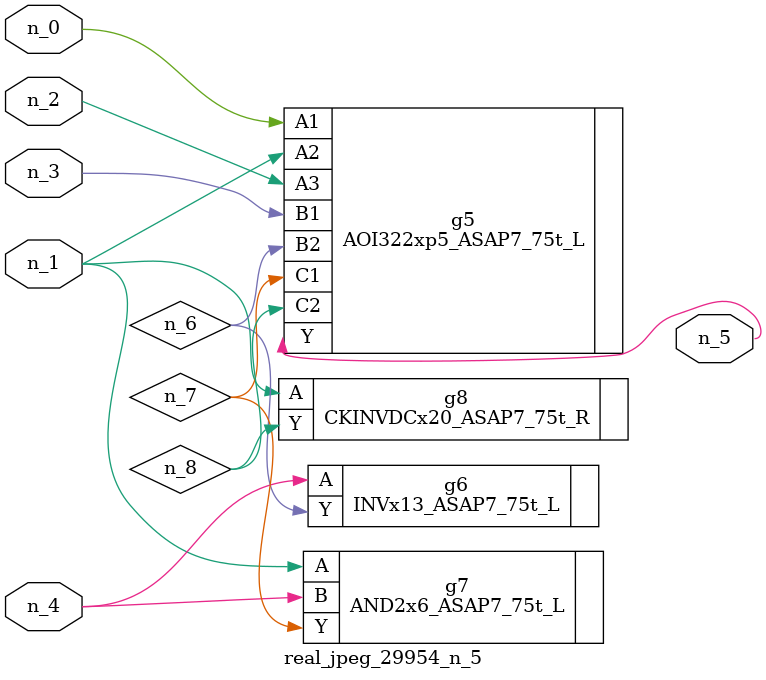
<source format=v>
module real_jpeg_29954_n_5 (n_4, n_0, n_1, n_2, n_3, n_5);

input n_4;
input n_0;
input n_1;
input n_2;
input n_3;

output n_5;

wire n_8;
wire n_6;
wire n_7;

AOI322xp5_ASAP7_75t_L g5 ( 
.A1(n_0),
.A2(n_1),
.A3(n_2),
.B1(n_3),
.B2(n_6),
.C1(n_7),
.C2(n_8),
.Y(n_5)
);

AND2x6_ASAP7_75t_L g7 ( 
.A(n_1),
.B(n_4),
.Y(n_7)
);

CKINVDCx20_ASAP7_75t_R g8 ( 
.A(n_1),
.Y(n_8)
);

INVx13_ASAP7_75t_L g6 ( 
.A(n_4),
.Y(n_6)
);


endmodule
</source>
